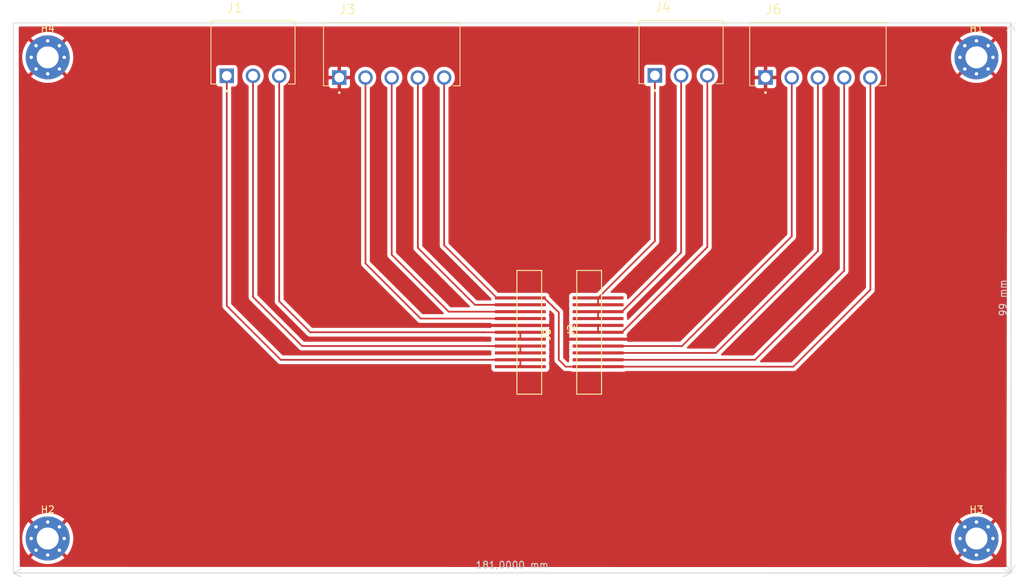
<source format=kicad_pcb>
(kicad_pcb (version 20211014) (generator pcbnew)
  (layers (0 "F.Cu" signal) (31 "B.Cu" signal) (34 "B.Paste" user) (35 "F.Paste" user) (36 "B.SilkS" user "B.Silkscreen") (37 "F.SilkS" user "F.Silkscreen") (38 "B.Mask" user) (39 "F.Mask" user) (44 "Edge.Cuts" user))
  (net 0 "")
  (net 1 "GND")
  (net 2 "Net-(J1-Pad1)")
  (net 3 "Net-(J1-Pad2)")
  (net 4 "Net-(J1-Pad3)")
  (net 5 "+5V")
  (net 6 "Net-(J2-Pad9)")
  (net 7 "Net-(J2-Pad10)")
  (net 8 "Net-(J2-Pad8)")
  (net 9 "Net-(J4-Pad1)")
  (net 10 "Net-(J4-Pad2)")
  (net 11 "Net-(J4-Pad3)")
  (net 12 "Net-(J5-Pad9)")
  (net 13 "Net-(J5-Pad10)")
  (net 14 "Net-(J5-Pad8)")
  (footprint "Conn mot block:CUI_TBP02R1-381-03BE" (layer "F.Cu") (at 188.26 57.6275)
    (fp_text reference "J4" (at 1.145 -9.889) (layer "F.SilkS") (effects (font (size 1.4 1.4))))
    (fp_text value "Conn_01x03_Male")
    (fp_line (start 9.92 -8) (end 9.92 1.2) (layer "F.SilkS") (width 0.127))
    (fp_line (start -2.3 1.2) (end -2.3 -8) (layer "F.SilkS") (width 0.127))
    (fp_line (start 9.92 1.2) (end 8.92 1.2) (layer "F.SilkS") (width 0.127))
    (fp_line (start -2.3 -8) (end 9.92 -8) (layer "F.SilkS") (width 0.127))
    (fp_line (start -2.3 1.2) (end -1.3 1.2) (layer "F.SilkS") (width 0.127))
    (fp_circle (center 0 2.2) (end 0.1 2.2) (layer "F.SilkS") (width 0.2) (fill none))
    (pad "1" thru_hole rect locked (at 0 0) (size 2.1 2.1) (drill 1.4) (layers *.Cu *.Mask) (net 9 "Net-(J4-Pad1)"))
    (pad "2" thru_hole circle locked (at 3.81 0) (size 2.1 2.1) (drill 1.4) (layers *.Cu *.Mask) (net 10 "Net-(J4-Pad2)"))
    (pad "3" thru_hole circle locked (at 7.62 0) (size 2.1 2.1) (drill 1.4) (layers *.Cu *.Mask) (net 11 "Net-(J4-Pad3)"))
  )
  (footprint "Conn mot block:CUI_TBP02R1-381-05BE" (layer "F.Cu") (at 204.34 57.9275)
    (fp_text reference "J6" (at 1.145 -9.889) (layer "F.SilkS") (effects (font (size 1.4 1.4))))
    (fp_text value "Conn_01x05_Male")
    (fp_line (start -2.3 -8) (end 17.54 -8) (layer "F.SilkS") (width 0.127))
    (fp_line (start 17.54 1.2) (end 16.54 1.2) (layer "F.SilkS") (width 0.127))
    (fp_line (start -2.3 1.2) (end -1.3 1.2) (layer "F.SilkS") (width 0.127))
    (fp_line (start 17.54 -8) (end 17.54 1.2) (layer "F.SilkS") (width 0.127))
    (fp_line (start -2.3 1.2) (end -2.3 -8) (layer "F.SilkS") (width 0.127))
    (fp_circle (center 0 2.2) (end 0.1 2.2) (layer "F.SilkS") (width 0.2) (fill none))
    (pad "1" thru_hole rect locked (at 0 0) (size 2.1 2.1) (drill 1.4) (layers *.Cu *.Mask) (net 1 "GND"))
    (pad "2" thru_hole circle locked (at 3.81 0) (size 2.1 2.1) (drill 1.4) (layers *.Cu *.Mask) (net 14 "Net-(J5-Pad8)"))
    (pad "3" thru_hole circle locked (at 7.62 0) (size 2.1 2.1) (drill 1.4) (layers *.Cu *.Mask) (net 12 "Net-(J5-Pad9)"))
    (pad "4" thru_hole circle locked (at 11.43 0) (size 2.1 2.1) (drill 1.4) (layers *.Cu *.Mask) (net 13 "Net-(J5-Pad10)"))
    (pad "5" thru_hole circle locked (at 15.24 0) (size 2.1 2.1) (drill 1.4) (layers *.Cu *.Mask) (net 5 "+5V"))
  )
  (footprint "MountingHole:MountingHole_3.2mm_M3_Pad_Via" (layer "F.Cu") (at 100 125)
    (property "Reference" "H?")
    (property "Value" "MountingHole_Pad")
    (fp_text reference "H2" (at 0 -4.2) (layer "F.SilkS"))
    (fp_text value "MountingHole_Pad")
    (pad "1" thru_hole circle (at -1.697056 1.697056) (size 0.8 0.8) (drill 0.5) (layers *.Cu *.Mask) (net 1 "GND"))
    (pad "1" thru_hole circle (at 1.697056 1.697056) (size 0.8 0.8) (drill 0.5) (layers *.Cu *.Mask) (net 1 "GND"))
    (pad "1" thru_hole circle (at 0 -2.4) (size 0.8 0.8) (drill 0.5) (layers *.Cu *.Mask) (net 1 "GND"))
    (pad "1" thru_hole circle (at 2.4 0) (size 0.8 0.8) (drill 0.5) (layers *.Cu *.Mask) (net 1 "GND"))
    (pad "1" thru_hole circle (at 0 0) (size 6.4 6.4) (drill 3.2) (layers *.Cu *.Mask) (net 1 "GND"))
    (pad "1" thru_hole circle (at -1.697056 -1.697056) (size 0.8 0.8) (drill 0.5) (layers *.Cu *.Mask) (net 1 "GND"))
    (pad "1" thru_hole circle (at 1.697056 -1.697056) (size 0.8 0.8) (drill 0.5) (layers *.Cu *.Mask) (net 1 "GND"))
    (pad "1" thru_hole circle (at -2.4 0) (size 0.8 0.8) (drill 0.5) (layers *.Cu *.Mask) (net 1 "GND"))
    (pad "1" thru_hole circle (at 0 2.4) (size 0.8 0.8) (drill 0.5) (layers *.Cu *.Mask) (net 1 "GND"))
  )
  (footprint "MountingHole:MountingHole_3.2mm_M3_Pad_Via" (layer "F.Cu") (at 235 55)
    (fp_text reference "H1" (at 0 -4.2) (layer "F.SilkS"))
    (fp_text value "MountingHole_Pad")
    (pad "1" thru_hole circle (at 0 0) (size 6.4 6.4) (drill 3.2) (layers *.Cu *.Mask) (net 1 "GND"))
    (pad "1" thru_hole circle (at 1.697056 1.697056) (size 0.8 0.8) (drill 0.5) (layers *.Cu *.Mask) (net 1 "GND"))
    (pad "1" thru_hole circle (at 1.697056 -1.697056) (size 0.8 0.8) (drill 0.5) (layers *.Cu *.Mask) (net 1 "GND"))
    (pad "1" thru_hole circle (at -2.4 0) (size 0.8 0.8) (drill 0.5) (layers *.Cu *.Mask) (net 1 "GND"))
    (pad "1" thru_hole circle (at -1.697056 -1.697056) (size 0.8 0.8) (drill 0.5) (layers *.Cu *.Mask) (net 1 "GND"))
    (pad "1" thru_hole circle (at -1.697056 1.697056) (size 0.8 0.8) (drill 0.5) (layers *.Cu *.Mask) (net 1 "GND"))
    (pad "1" thru_hole circle (at 2.4 0) (size 0.8 0.8) (drill 0.5) (layers *.Cu *.Mask) (net 1 "GND"))
    (pad "1" thru_hole circle (at 0 -2.4) (size 0.8 0.8) (drill 0.5) (layers *.Cu *.Mask) (net 1 "GND"))
    (pad "1" thru_hole circle (at 0 2.4) (size 0.8 0.8) (drill 0.5) (layers *.Cu *.Mask) (net 1 "GND"))
  )
  (footprint "Conn mot block:CUI_TBP02R1-381-03BE" (layer "F.Cu") (at 126.03 57.6875)
    (fp_text reference "J1" (at 1.145 -9.889) (layer "F.SilkS") (effects (font (size 1.4 1.4))))
    (fp_text value "Conn_01x03_Male")
    (fp_line (start 9.92 1.2) (end 8.92 1.2) (layer "F.SilkS") (width 0.127))
    (fp_line (start 9.92 -8) (end 9.92 1.2) (layer "F.SilkS") (width 0.127))
    (fp_line (start -2.3 1.2) (end -2.3 -8) (layer "F.SilkS") (width 0.127))
    (fp_line (start -2.3 1.2) (end -1.3 1.2) (layer "F.SilkS") (width 0.127))
    (fp_line (start -2.3 -8) (end 9.92 -8) (layer "F.SilkS") (width 0.127))
    (fp_circle (center 0 2.2) (end 0.1 2.2) (layer "F.SilkS") (width 0.2) (fill none))
    (pad "1" thru_hole rect locked (at 0 0) (size 2.1 2.1) (drill 1.4) (layers *.Cu *.Mask) (net 2 "Net-(J1-Pad1)"))
    (pad "2" thru_hole circle locked (at 3.81 0) (size 2.1 2.1) (drill 1.4) (layers *.Cu *.Mask) (net 3 "Net-(J1-Pad2)"))
    (pad "3" thru_hole circle locked (at 7.62 0) (size 2.1 2.1) (drill 1.4) (layers *.Cu *.Mask) (net 4 "Net-(J1-Pad3)"))
  )
  (footprint "Conn moteur:Molex-52610-1133" (layer "F.Cu") (at 175 90 -90)
    (fp_text reference "J2" (at 4.7 -1.1 90) (layer "F.SilkS"))
    (fp_text value "Conn_01x11_Male")
    (fp_line (start -4 6.8) (end 14 6.8) (layer "F.SilkS") (width 0.15))
    (fp_line (start 14 3.2) (end -4 3.2) (layer "F.SilkS") (width 0.15))
    (fp_line (start 14 6.8) (end 14 3.2) (layer "F.SilkS") (width 0.15))
    (fp_line (start -4 3.2) (end -4 6.8) (layer "F.SilkS") (width 0.15))
    (pad "1" smd rect locked (at 10 6.3 270) (size 0.45 7.4) (layers "F.Cu" "F.Paste" "F.Mask") (net 2 "Net-(J1-Pad1)"))
    (pad "2" smd rect locked (at 9 6.3 270) (size 0.45 7.4) (layers "F.Cu" "F.Paste" "F.Mask") (net 2 "Net-(J1-Pad1)"))
    (pad "3" smd rect locked (at 8 6.3 270) (size 0.45 7.4) (layers "F.Cu" "F.Paste" "F.Mask") (net 3 "Net-(J1-Pad2)"))
    (pad "4" smd rect locked (at 7 6.3 270) (size 0.45 7.4) (layers "F.Cu" "F.Paste" "F.Mask") (net 3 "Net-(J1-Pad2)"))
    (pad "5" smd rect locked (at 6 6.3 270) (size 0.45 7.4) (layers "F.Cu" "F.Paste" "F.Mask") (net 4 "Net-(J1-Pad3)"))
    (pad "6" smd rect locked (at 5 6.3 270) (size 0.45 7.4) (layers "F.Cu" "F.Paste" "F.Mask") (net 4 "Net-(J1-Pad3)"))
    (pad "7" smd rect locked (at 4 6.3 270) (size 0.45 7.4) (layers "F.Cu" "F.Paste" "F.Mask") (net 1 "GND"))
    (pad "8" smd rect locked (at 3 6.3 270) (size 0.45 7.4) (layers "F.Cu" "F.Paste" "F.Mask") (net 8 "Net-(J2-Pad8)"))
    (pad "9" smd rect locked (at 2 6.3 270) (size 0.45 7.4) (layers "F.Cu" "F.Paste" "F.Mask") (net 6 "Net-(J2-Pad9)"))
    (pad "10" smd rect locked (at 1 6.3 270) (size 0.45 7.4) (layers "F.Cu" "F.Paste" "F.Mask") (net 7 "Net-(J2-Pad10)"))
    (pad "11" smd rect locked (at 0 6.3 270) (size 0.45 7.4) (layers "F.Cu" "F.Paste" "F.Mask") (net 5 "+5V"))
  )
  (footprint "MountingHole:MountingHole_3.2mm_M3_Pad_Via" (layer "F.Cu") (at 100 55)
    (fp_text reference "H4" (at 0 -4.2) (layer "F.SilkS"))
    (fp_text value "MountingHole_Pad")
    (pad "1" thru_hole circle (at 0 2.4) (size 0.8 0.8) (drill 0.5) (layers *.Cu *.Mask) (net 1 "GND"))
    (pad "1" thru_hole circle (at 0 -2.4) (size 0.8 0.8) (drill 0.5) (layers *.Cu *.Mask) (net 1 "GND"))
    (pad "1" thru_hole circle (at -1.697056 -1.697056) (size 0.8 0.8) (drill 0.5) (layers *.Cu *.Mask) (net 1 "GND"))
    (pad "1" thru_hole circle (at 1.697056 -1.697056) (size 0.8 0.8) (drill 0.5) (layers *.Cu *.Mask) (net 1 "GND"))
    (pad "1" thru_hole circle (at -1.697056 1.697056) (size 0.8 0.8) (drill 0.5) (layers *.Cu *.Mask) (net 1 "GND"))
    (pad "1" thru_hole circle (at 0 0) (size 6.4 6.4) (drill 3.2) (layers *.Cu *.Mask) (net 1 "GND"))
    (pad "1" thru_hole circle (at -2.4 0) (size 0.8 0.8) (drill 0.5) (layers *.Cu *.Mask) (net 1 "GND"))
    (pad "1" thru_hole circle (at 1.697056 1.697056) (size 0.8 0.8) (drill 0.5) (layers *.Cu *.Mask) (net 1 "GND"))
    (pad "1" thru_hole circle (at 2.4 0) (size 0.8 0.8) (drill 0.5) (layers *.Cu *.Mask) (net 1 "GND"))
  )
  (footprint "Conn moteur:Molex-52610-1133" (layer "F.Cu") (at 173.7 100 90)
    (fp_text reference "J5" (at 4.7 -1.1 90) (layer "F.SilkS"))
    (fp_text value "Conn_01x11_Male")
    (fp_line (start -4 3.2) (end -4 6.8) (layer "F.SilkS") (width 0.15))
    (fp_line (start 14 6.8) (end 14 3.2) (layer "F.SilkS") (width 0.15))
    (fp_line (start 14 3.2) (end -4 3.2) (layer "F.SilkS") (width 0.15))
    (fp_line (start -4 6.8) (end 14 6.8) (layer "F.SilkS") (width 0.15))
    (pad "1" smd rect locked (at 10 6.3 90) (size 0.45 7.4) (layers "F.Cu" "F.Paste" "F.Mask") (net 9 "Net-(J4-Pad1)"))
    (pad "2" smd rect locked (at 9 6.3 90) (size 0.45 7.4) (layers "F.Cu" "F.Paste" "F.Mask") (net 9 "Net-(J4-Pad1)"))
    (pad "3" smd rect locked (at 8 6.3 90) (size 0.45 7.4) (layers "F.Cu" "F.Paste" "F.Mask") (net 10 "Net-(J4-Pad2)"))
    (pad "4" smd rect locked (at 7 6.3 90) (size 0.45 7.4) (layers "F.Cu" "F.Paste" "F.Mask") (net 10 "Net-(J4-Pad2)"))
    (pad "5" smd rect locked (at 6 6.3 90) (size 0.45 7.4) (layers "F.Cu" "F.Paste" "F.Mask") (net 11 "Net-(J4-Pad3)"))
    (pad "6" smd rect locked (at 5 6.3 90) (size 0.45 7.4) (layers "F.Cu" "F.Paste" "F.Mask") (net 11 "Net-(J4-Pad3)"))
    (pad "7" smd rect locked (at 4 6.3 90) (size 0.45 7.4) (layers "F.Cu" "F.Paste" "F.Mask") (net 1 "GND"))
    (pad "8" smd rect locked (at 3 6.3 90) (size 0.45 7.4) (layers "F.Cu" "F.Paste" "F.Mask") (net 14 "Net-(J5-Pad8)"))
    (pad "9" smd rect locked (at 2 6.3 90) (size 0.45 7.4) (layers "F.Cu" "F.Paste" "F.Mask") (net 12 "Net-(J5-Pad9)"))
    (pad "10" smd rect locked (at 1 6.3 90) (size 0.45 7.4) (layers "F.Cu" "F.Paste" "F.Mask") (net 13 "Net-(J5-Pad10)"))
    (pad "11" smd rect locked (at 0 6.3 90) (size 0.45 7.4) (layers "F.Cu" "F.Paste" "F.Mask") (net 5 "+5V"))
  )
  (footprint "Conn mot block:CUI_TBP02R1-381-05BE" (layer "F.Cu") (at 142.38 57.9375)
    (fp_text reference "J3" (at 1.145 -9.889) (layer "F.SilkS") (effects (font (size 1.4 1.4))))
    (fp_text value "Conn_01x05_Male")
    (fp_line (start -2.3 -8) (end 17.54 -8) (layer "F.SilkS") (width 0.127))
    (fp_line (start 17.54 -8) (end 17.54 1.2) (layer "F.SilkS") (width 0.127))
    (fp_line (start -2.3 1.2) (end -1.3 1.2) (layer "F.SilkS") (width 0.127))
    (fp_line (start 17.54 1.2) (end 16.54 1.2) (layer "F.SilkS") (width 0.127))
    (fp_line (start -2.3 1.2) (end -2.3 -8) (layer "F.SilkS") (width 0.127))
    (fp_circle (center 0 2.2) (end 0.1 2.2) (layer "F.SilkS") (width 0.2) (fill none))
    (pad "1" thru_hole rect locked (at 0 0) (size 2.1 2.1) (drill 1.4) (layers *.Cu *.Mask) (net 1 "GND"))
    (pad "2" thru_hole circle locked (at 3.81 0) (size 2.1 2.1) (drill 1.4) (layers *.Cu *.Mask) (net 8 "Net-(J2-Pad8)"))
    (pad "3" thru_hole circle locked (at 7.62 0) (size 2.1 2.1) (drill 1.4) (layers *.Cu *.Mask) (net 6 "Net-(J2-Pad9)"))
    (pad "4" thru_hole circle locked (at 11.43 0) (size 2.1 2.1) (drill 1.4) (layers *.Cu *.Mask) (net 7 "Net-(J2-Pad10)"))
    (pad "5" thru_hole circle locked (at 15.24 0) (size 2.1 2.1) (drill 1.4) (layers *.Cu *.Mask) (net 5 "+5V"))
  )
  (footprint "MountingHole:MountingHole_3.2mm_M3_Pad_Via" (layer "F.Cu") (at 235 125)
    (fp_text reference "H3" (at 0 -4.2) (layer "F.SilkS"))
    (fp_text value "MountingHole_Pad")
    (pad "1" thru_hole circle (at 0 2.4) (size 0.8 0.8) (drill 0.5) (layers *.Cu *.Mask) (net 1 "GND"))
    (pad "1" thru_hole circle (at -1.697056 1.697056) (size 0.8 0.8) (drill 0.5) (layers *.Cu *.Mask) (net 1 "GND"))
    (pad "1" thru_hole circle (at 1.697056 -1.697056) (size 0.8 0.8) (drill 0.5) (layers *.Cu *.Mask) (net 1 "GND"))
    (pad "1" thru_hole circle (at 0 -2.4) (size 0.8 0.8) (drill 0.5) (layers *.Cu *.Mask) (net 1 "GND"))
    (pad "1" thru_hole circle (at -2.4 0) (size 0.8 0.8) (drill 0.5) (layers *.Cu *.Mask) (net 1 "GND"))
    (pad "1" thru_hole circle (at 0 0) (size 6.4 6.4) (drill 3.2) (layers *.Cu *.Mask) (net 1 "GND"))
    (pad "1" thru_hole circle (at 1.697056 1.697056) (size 0.8 0.8) (drill 0.5) (layers *.Cu *.Mask) (net 1 "GND"))
    (pad "1" thru_hole circle (at 2.4 0) (size 0.8 0.8) (drill 0.5) (layers *.Cu *.Mask) (net 1 "GND"))
    (pad "1" thru_hole circle (at -1.697056 -1.697056) (size 0.8 0.8) (drill 0.5) (layers *.Cu *.Mask) (net 1 "GND"))
  )
  (gr_rect (start 95 50) (end 240 130) (layer "Edge.Cuts") (width 0.1) (fill none))
  (dimension (type aligned) (layer "Edge.Cuts") (pts (xy 240 50) (xy 240 130)) (height 0) (gr_text "99 mm" (at 238.85 90 90) (layer "Edge.Cuts") (effects (font (size 1 1) (thickness 0.15)))) (format (units 3) (units_format 1) (precision 4) (override_value "99")) (style (thickness 0.1) (arrow_length 1.27) (text_position_mode 0) (extension_height 0.58642) (extension_offset 0.5) keep_text_aligned))
  (dimension (type aligned) (layer "Edge.Cuts") (pts (xy 95 130) (xy 240 130)) (height 0) (gr_text "181,0000 mm" (at 167.5 128.85) (layer "Edge.Cuts") (effects (font (size 1 1) (thickness 0.15)))) (format (units 3) (units_format 1) (precision 4) (override_value "181,0000")) (style (thickness 0.1) (arrow_length 1.27) (text_position_mode 0) (extension_height 0.58642) (extension_offset 0.5) keep_text_aligned))
  (segment (start 126.03 91.15) (end 126.03 57.6875) (width 0.25) (layer "F.Cu") (net 2))
  (segment (start 168.7 99) (end 133.88 99) (width 0.25) (layer "F.Cu") (net 2))
  (segment (start 133.88 99) (end 126.03 91.15) (width 0.25) (layer "F.Cu") (net 2))
  (segment (start 168.7 100) (end 168.7 99) (width 0.25) (layer "F.Cu") (net 2))
  (segment (start 129.84 57.6875) (end 129.84 89.86) (width 0.25) (layer "F.Cu") (net 3))
  (segment (start 129.84 89.86) (end 136.98 97) (width 0.25) (layer "F.Cu") (net 3))
  (segment (start 168.7 98) (end 168.7 96.93) (width 0.25) (layer "F.Cu") (net 3))
  (segment (start 136.98 97) (end 168.7 97) (width 0.25) (layer "F.Cu") (net 3))
  (segment (start 163.55 94.99) (end 163.56 95) (width 0.25) (layer "F.Cu") (net 4))
  (segment (start 133.65 57.6875) (end 133.65 90.49) (width 0.25) (layer "F.Cu") (net 4))
  (segment (start 138.15 94.99) (end 163.55 94.99) (width 0.25) (layer "F.Cu") (net 4))
  (segment (start 163.56 95) (end 168.7 95) (width 0.25) (layer "F.Cu") (net 4))
  (segment (start 133.65 90.49) (end 138.15 94.99) (width 0.25) (layer "F.Cu") (net 4))
  (segment (start 168.7 95) (end 168.7 96) (width 0.25) (layer "F.Cu") (net 4))
  (segment (start 172.175 90) (end 174.29 92.115) (width 0.25) (layer "F.Cu") (net 5))
  (segment (start 157.62 57.9375) (end 157.62 82.33) (width 0.25) (layer "F.Cu") (net 5))
  (segment (start 208.39 100) (end 180 100) (width 0.25) (layer "F.Cu") (net 5))
  (segment (start 165.29 90) (end 168.7 90) (width 0.25) (layer "F.Cu") (net 5))
  (segment (start 219.58 57.9275) (end 219.58 88.81) (width 0.25) (layer "F.Cu") (net 5))
  (segment (start 219.58 88.81) (end 208.39 100) (width 0.25) (layer "F.Cu") (net 5))
  (segment (start 175.29 100) (end 180 100) (width 0.25) (layer "F.Cu") (net 5))
  (segment (start 174.29 99) (end 175.29 100) (width 0.25) (layer "F.Cu") (net 5))
  (segment (start 157.62 82.33) (end 165.29 90) (width 0.25) (layer "F.Cu") (net 5))
  (segment (start 174.29 92.115) (end 174.29 99) (width 0.25) (layer "F.Cu") (net 5))
  (segment (start 168.7 90) (end 172.175 90) (width 0.25) (layer "F.Cu") (net 5))
  (segment (start 158.29 92) (end 150 83.71) (width 0.25) (layer "F.Cu") (net 6))
  (segment (start 168.7 92) (end 158.29 92) (width 0.25) (layer "F.Cu") (net 6))
  (segment (start 150 83.71) (end 150 57.9375) (width 0.25) (layer "F.Cu") (net 6))
  (segment (start 168.7 91) (end 162.09 91) (width 0.25) (layer "F.Cu") (net 7))
  (segment (start 162.09 91) (end 153.81 82.72) (width 0.25) (layer "F.Cu") (net 7))
  (segment (start 153.81 82.72) (end 153.81 57.9375) (width 0.25) (layer "F.Cu") (net 7))
  (segment (start 168.7 93) (end 154.21 93) (width 0.25) (layer "F.Cu") (net 8))
  (segment (start 146.19 84.98) (end 154.07 92.86) (width 0.25) (layer "F.Cu") (net 8))
  (segment (start 154.21 93) (end 154.07 92.86) (width 0.25) (layer "F.Cu") (net 8))
  (segment (start 146.19 57.9375) (end 146.19 84.98) (width 0.25) (layer "F.Cu") (net 8))
  (segment (start 188.26 81.74) (end 180 90) (width 0.25) (layer "F.Cu") (net 9))
  (segment (start 180 91) (end 180 90) (width 0.25) (layer "F.Cu") (net 9))
  (segment (start 188.26 57.6275) (end 188.26 81.74) (width 0.25) (layer "F.Cu") (net 9))
  (segment (start 192.07 83.405) (end 192.07 57.6275) (width 0.25) (layer "F.Cu") (net 10))
  (segment (start 180 92) (end 183.475 92) (width 0.25) (layer "F.Cu") (net 10))
  (segment (start 183.475 92) (end 192.07 83.405) (width 0.25) (layer "F.Cu") (net 10))
  (segment (start 180 93) (end 180 92) (width 0.25) (layer "F.Cu") (net 10))
  (segment (start 195.88 82.595) (end 195.88 57.6275) (width 0.25) (layer "F.Cu") (net 11))
  (segment (start 180 94) (end 180 95) (width 0.25) (layer "F.Cu") (net 11))
  (segment (start 183.475 95) (end 195.88 82.595) (width 0.25) (layer "F.Cu") (net 11))
  (segment (start 180 95) (end 183.475 95) (width 0.25) (layer "F.Cu") (net 11))
  (segment (start 211.96 83.19) (end 211.96 57.9275) (width 0.25) (layer "F.Cu") (net 12))
  (segment (start 197.15 98) (end 211.96 83.19) (width 0.25) (layer "F.Cu") (net 12))
  (segment (start 180 98) (end 197.15 98) (width 0.25) (layer "F.Cu") (net 12))
  (segment (start 202.82 99) (end 215.77 86.05) (width 0.25) (layer "F.Cu") (net 13))
  (segment (start 215.77 86.05) (end 215.77 57.9275) (width 0.25) (layer "F.Cu") (net 13))
  (segment (start 180 99) (end 202.82 99) (width 0.25) (layer "F.Cu") (net 13))
  (segment (start 180 97) (end 192.19 97) (width 0.25) (layer "F.Cu") (net 14))
  (segment (start 208.15 81.04) (end 208.15 57.9275) (width 0.25) (layer "F.Cu") (net 14))
  (segment (start 192.19 97) (end 208.15 81.04) (width 0.25) (layer "F.Cu") (net 14))
  (zone (net 1) (net_name "GND") (layer "F.Cu") (connect_pads (clearance 0.508)) (min_thickness 0.254) (fill yes (thermal_gap 0.508) (thermal_bridge_width 0.508))
    (polygon (pts (xy 239.36 129.16) (xy 95.94 129.13) (xy 95.79 50.45) (xy 239.47 50.4)))
  )
)
</source>
